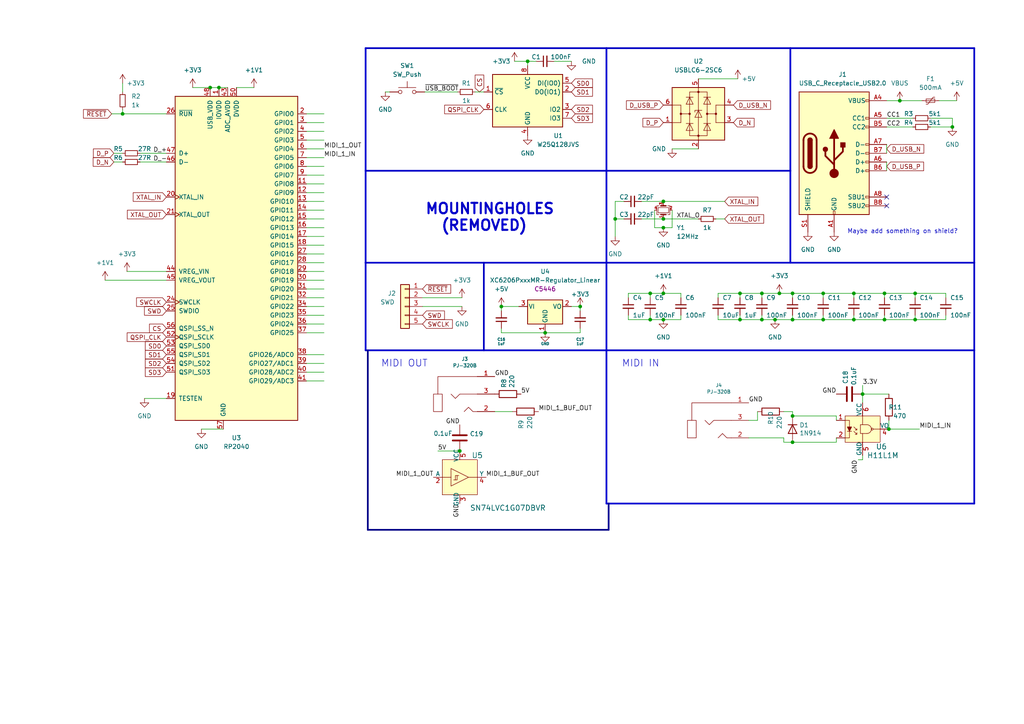
<source format=kicad_sch>
(kicad_sch (version 20211123) (generator eeschema)
  (paper "A4")
  (title_block (title "RP2040 - Design Guide") (date "2021-12-07") (rev "0.1") (company "Sleepdealer"))
  (lib_symbols
    (symbol "Connector:USB_C_Receptacle_USB2.0" (pin_names (offset 1.016))
      (property "Reference" "J" (at -10.16 19.05 0))
      (property "Value" "USB_C_Receptacle_USB2.0" (at 19.05 19.05 0))
      (symbol "USB_C_Receptacle_USB2.0_1_1"
        (pin passive line (at 0 -22.86 90) (length 5.08) (name "GND") (number "A1"))
        (pin passive line (at 0 -22.86 90) (length 5.08) hide (name "GND") (number "A12"))
        (pin passive line (at 15.24 15.24 180) (length 5.08) (name "VBUS") (number "A4"))
        (pin bidirectional line (at 15.24 10.16 180) (length 5.08) (name "CC1") (number "A5"))
        (pin bidirectional line (at 15.24 -2.54 180) (length 5.08) (name "D+") (number "A6"))
        (pin bidirectional line (at 15.24 2.54 180) (length 5.08) (name "D-") (number "A7"))
        (pin bidirectional line (at 15.24 -12.7 180) (length 5.08) (name "SBU1") (number "A8"))
        (pin passive line (at 15.24 15.24 180) (length 5.08) hide (name "VBUS") (number "A9"))
        (pin passive line (at 0 -22.86 90) (length 5.08) hide (name "GND") (number "B1"))
        (pin passive line (at 0 -22.86 90) (length 5.08) hide (name "GND") (number "B12"))
        (pin passive line (at 15.24 15.24 180) (length 5.08) hide (name "VBUS") (number "B4"))
        (pin bidirectional line (at 15.24 7.62 180) (length 5.08) (name "CC2") (number "B5"))
        (pin bidirectional line (at 15.24 -5.08 180) (length 5.08) (name "D+") (number "B6"))
        (pin bidirectional line (at 15.24 0 180) (length 5.08) (name "D-") (number "B7"))
        (pin bidirectional line (at 15.24 -15.24 180) (length 5.08) (name "SBU2") (number "B8"))
        (pin passive line (at 15.24 15.24 180) (length 5.08) hide (name "VBUS") (number "B9"))
        (pin passive line (at -7.62 -22.86 90) (length 5.08) (name "SHIELD") (number "S1"))
      )
    )
    (symbol "Connector_Generic:Conn_01x05" (pin_names (offset 1.016) hide)
      (property "Reference" "J" (at 0 7.62 0))
      (property "Value" "Conn_01x05" (at 0 -7.62 0))
      (symbol "Conn_01x05_1_1"
        (pin passive line (at -5.08 5.08 0) (length 3.81) (name "Pin_1") (number "1"))
        (pin passive line (at -5.08 2.54 0) (length 3.81) (name "Pin_2") (number "2"))
        (pin passive line (at -5.08 0 0) (length 3.81) (name "Pin_3") (number "3"))
        (pin passive line (at -5.08 -2.54 0) (length 3.81) (name "Pin_4") (number "4"))
        (pin passive line (at -5.08 -5.08 0) (length 3.81) (name "Pin_5") (number "5"))
      )
    )
    (symbol "Device:C" (pin_numbers hide) (pin_names (offset 0.254))
      (property "Reference" "C" (at 0.635 2.54 0))
      (property "Value" "C" (at 0.635 -2.54 0))
      (symbol "C_1_1"
        (pin passive line (at 0 3.81 270) (length 2.794) (name "~") (number "1"))
        (pin passive line (at 0 -3.81 90) (length 2.794) (name "~") (number "2"))
      )
    )
    (symbol "Device:C_Small" (pin_numbers hide) (pin_names (offset 0.254) hide)
      (property "Reference" "C" (at 0.254 1.778 0))
      (property "Value" "C_Small" (at 0.254 -2.032 0))
      (symbol "C_Small_1_1"
        (pin passive line (at 0 2.54 270) (length 2.032) (name "~") (number "1"))
        (pin passive line (at 0 -2.54 90) (length 2.032) (name "~") (number "2"))
      )
    )
    (symbol "Device:Crystal_GND24_Small" (pin_names (offset 1.016) hide)
      (property "Reference" "Y" (at 1.27 4.445 0))
      (property "Value" "Crystal_GND24_Small" (at 1.27 2.54 0))
      (symbol "Crystal_GND24_Small_1_1"
        (pin passive line (at -2.54 0 0) (length 1.27) (name "1") (number "1"))
        (pin passive line (at 0 -2.54 90) (length 0.635) (name "2") (number "2"))
        (pin passive line (at 2.54 0 180) (length 1.27) (name "3") (number "3"))
        (pin passive line (at 0 2.54 270) (length 0.635) (name "4") (number "4"))
      )
    )
    (symbol "Device:Polyfuse_Small" (pin_numbers hide) (pin_names (offset 0))
      (property "Reference" "F" (at -1.905 0 90))
      (property "Value" "Polyfuse_Small" (at 1.905 0 90))
      (symbol "Polyfuse_Small_1_1"
        (pin passive line (at 0 2.54 270) (length 0.635) (name "~") (number "1"))
        (pin passive line (at 0 -2.54 90) (length 0.635) (name "~") (number "2"))
      )
    )
    (symbol "Device:R" (pin_numbers hide) (pin_names (offset 0))
      (property "Reference" "R" (at 2.032 0 90))
      (property "Value" "R" (at 0 0 90))
      (symbol "R_1_1"
        (pin passive line (at 0 3.81 270) (length 1.27) (name "~") (number "1"))
        (pin passive line (at 0 -3.81 90) (length 1.27) (name "~") (number "2"))
      )
    )
    (symbol "Device:R_Small" (pin_numbers hide) (pin_names (offset 0.254) hide)
      (property "Reference" "R" (at 0.762 0.508 0))
      (property "Value" "R_Small" (at 0.762 -1.016 0))
      (symbol "R_Small_1_1"
        (pin passive line (at 0 2.54 270) (length 0.762) (name "~") (number "1"))
        (pin passive line (at 0 -2.54 90) (length 0.762) (name "~") (number "2"))
      )
    )
    (symbol "Diode:1N914" (pin_numbers hide) (pin_names (offset 1.016) hide)
      (property "Reference" "D" (at 0 2.54 0))
      (property "Value" "1N914" (at 0 -2.54 0))
      (symbol "1N914_1_1"
        (pin passive line (at -3.81 0 0) (length 2.54) (name "K") (number "1"))
        (pin passive line (at 3.81 0 180) (length 2.54) (name "A") (number "2"))
      )
    )
    (symbol "Memory_Flash:W25Q128JVS"
      (property "Reference" "U" (at -8.89 8.89 0))
      (property "Value" "W25Q128JVS" (at 7.62 8.89 0))
      (symbol "W25Q128JVS_1_1"
        (pin input line (at -12.7 2.54 0) (length 2.54) (name "~{CS}") (number "1"))
        (pin bidirectional line (at 12.7 2.54 180) (length 2.54) (name "DO(IO1)") (number "2"))
        (pin bidirectional line (at 12.7 -2.54 180) (length 2.54) (name "IO2") (number "3"))
        (pin power_in line (at 0 -10.16 90) (length 2.54) (name "GND") (number "4"))
        (pin bidirectional line (at 12.7 5.08 180) (length 2.54) (name "DI(IO0)") (number "5"))
        (pin input line (at -12.7 -2.54 0) (length 2.54) (name "CLK") (number "6"))
        (pin bidirectional line (at 12.7 -5.08 180) (length 2.54) (name "IO3") (number "7"))
        (pin power_in line (at 0 10.16 270) (length 2.54) (name "VCC") (number "8"))
      )
    )
    (symbol "Power_Protection:USBLC6-2SC6" (pin_names hide)
      (property "Reference" "U" (at 2.54 8.89 0))
      (property "Value" "USBLC6-2SC6" (at 2.54 -8.89 0))
      (symbol "USBLC6-2SC6_1_1"
        (pin passive line (at -10.16 -2.54 0) (length 2.54) (name "I/O1") (number "1"))
        (pin passive line (at 0 -10.16 90) (length 2.54) (name "GND") (number "2"))
        (pin passive line (at 10.16 -2.54 180) (length 2.54) (name "I/O2") (number "3"))
        (pin passive line (at 10.16 2.54 180) (length 2.54) (name "I/O2") (number "4"))
        (pin passive line (at 0 10.16 270) (length 2.54) (name "VBUS") (number "5"))
        (pin passive line (at -10.16 2.54 0) (length 2.54) (name "I/O1") (number "6"))
      )
    )
    (symbol "Sleep-lib:RP2040" (pin_names (offset 1.016))
      (property "Reference" "U" (at 8.89 51.435 0))
      (property "Value" "RP2040" (at 8.89 48.895 0))
      (symbol "RP2040_1_1"
        (pin power_in line (at -5.08 50.8 270) (length 2.54) (name "IOVDD") (number "1"))
        (pin power_in line (at -5.08 50.8 270) (length 2.54) hide (name "IOVDD") (number "10"))
        (pin input line (at 20.32 22.86 180) (length 2.54) (name "GPIO8") (number "11"))
        (pin input line (at 20.32 20.32 180) (length 2.54) (name "GPIO9") (number "12"))
        (pin input line (at 20.32 17.78 180) (length 2.54) (name "GPIO10") (number "13"))
        (pin input line (at 20.32 15.24 180) (length 2.54) (name "GPIO11") (number "14"))
        (pin input line (at 20.32 12.7 180) (length 2.54) (name "GPIO12") (number "15"))
        (pin input line (at 20.32 10.16 180) (length 2.54) (name "GPIO13") (number "16"))
        (pin input line (at 20.32 7.62 180) (length 2.54) (name "GPIO14") (number "17"))
        (pin input line (at 20.32 5.08 180) (length 2.54) (name "GPIO15") (number "18"))
        (pin input line (at -20.32 -39.37 0) (length 2.54) (name "TESTEN") (number "19"))
        (pin input line (at 20.32 43.18 180) (length 2.54) (name "GPIO0") (number "2"))
        (pin input clock (at -20.32 19.05 0) (length 2.54) (name "XTAL_IN") (number "20"))
        (pin input clock (at -20.32 13.97 0) (length 2.54) (name "XTAL_OUT") (number "21"))
        (pin power_in line (at -5.08 50.8 270) (length 2.54) hide (name "IOVDD") (number "22"))
        (pin power_in line (at 0 50.8 270) (length 2.54) hide (name "DVDD") (number "23"))
        (pin input clock (at -20.32 -11.43 0) (length 2.54) (name "SWCLK") (number "24"))
        (pin bidirectional line (at -20.32 -13.97 0) (length 2.54) (name "SWDIO") (number "25"))
        (pin input line (at -20.32 43.18 0) (length 2.54) (name "~{RUN}") (number "26"))
        (pin input line (at 20.32 2.54 180) (length 2.54) (name "GPIO16") (number "27"))
        (pin input line (at 20.32 0 180) (length 2.54) (name "GPIO17") (number "28"))
        (pin input line (at 20.32 -2.54 180) (length 2.54) (name "GPIO18") (number "29"))
        (pin input line (at 20.32 40.64 180) (length 2.54) (name "GPIO1") (number "3"))
        (pin input line (at 20.32 -5.08 180) (length 2.54) (name "GPIO19") (number "30"))
        (pin input line (at 20.32 -7.62 180) (length 2.54) (name "GPIO20") (number "31"))
        (pin input line (at 20.32 -10.16 180) (length 2.54) (name "GPIO21") (number "32"))
        (pin power_in line (at -5.08 50.8 270) (length 2.54) hide (name "IOVDD") (number "33"))
        (pin input line (at 20.32 -12.7 180) (length 2.54) (name "GPIO22") (number "34"))
        (pin input line (at 20.32 -15.24 180) (length 2.54) (name "GPIO23") (number "35"))
        (pin input line (at 20.32 -17.78 180) (length 2.54) (name "GPIO24") (number "36"))
        (pin input line (at 20.32 -20.32 180) (length 2.54) (name "GPIO25") (number "37"))
        (pin input line (at 20.32 -26.67 180) (length 2.54) (name "GPIO26/ADC0") (number "38"))
        (pin input line (at 20.32 -29.21 180) (length 2.54) (name "GPIO27/ADC1") (number "39"))
        (pin input line (at 20.32 38.1 180) (length 2.54) (name "GPIO2") (number "4"))
        (pin input line (at 20.32 -31.75 180) (length 2.54) (name "GPIO28/ADC2") (number "40"))
        (pin input line (at 20.32 -34.29 180) (length 2.54) (name "GPIO29/ADC3") (number "41"))
        (pin power_in line (at -5.08 50.8 270) (length 2.54) hide (name "IOVDD") (number "42"))
        (pin power_in line (at -2.54 50.8 270) (length 2.54) (name "ADC_AVDD") (number "43"))
        (pin power_in line (at -20.32 -2.54 0) (length 2.54) (name "VREG_VIN") (number "44"))
        (pin power_out line (at -20.32 -5.08 0) (length 2.54) (name "VREG_VOUT") (number "45"))
        (pin bidirectional line (at -20.32 29.21 0) (length 2.54) (name "D-") (number "46"))
        (pin bidirectional line (at -20.32 31.75 0) (length 2.54) (name "D+") (number "47"))
        (pin power_in line (at -7.62 50.8 270) (length 2.54) (name "USB_VDD") (number "48"))
        (pin power_in line (at -5.08 50.8 270) (length 2.54) hide (name "IOVDD") (number "49"))
        (pin input line (at 20.32 35.56 180) (length 2.54) (name "GPIO3") (number "5"))
        (pin power_in line (at 0 50.8 270) (length 2.54) (name "DVDD") (number "50"))
        (pin bidirectional line (at -20.32 -31.75 0) (length 2.54) (name "QSPI_SD3") (number "51"))
        (pin input clock (at -20.32 -21.59 0) (length 2.54) (name "QSPI_SCLK") (number "52"))
        (pin bidirectional line (at -20.32 -24.13 0) (length 2.54) (name "QSPI_SD0") (number "53"))
        (pin bidirectional line (at -20.32 -29.21 0) (length 2.54) (name "QSPI_SD2") (number "54"))
        (pin bidirectional line (at -20.32 -26.67 0) (length 2.54) (name "QSPI_SD1") (number "55"))
        (pin bidirectional line (at -20.32 -19.05 0) (length 2.54) (name "QSPI_SS_N") (number "56"))
        (pin power_in line (at -3.81 -48.26 90) (length 2.54) (name "GND") (number "57"))
        (pin input line (at 20.32 33.02 180) (length 2.54) (name "GPIO4") (number "6"))
        (pin input line (at 20.32 30.48 180) (length 2.54) (name "GPIO5") (number "7"))
        (pin input line (at 20.32 27.94 180) (length 2.54) (name "GPIO6") (number "8"))
        (pin input line (at 20.32 25.4 180) (length 2.54) (name "GPIO7") (number "9"))
      )
    )
    (symbol "Switch:SW_Push" (pin_numbers hide) (pin_names (offset 1.016) hide)
      (property "Reference" "SW" (at 1.27 2.54 0))
      (property "Value" "SW_Push" (at 0 -1.524 0))
      (symbol "SW_Push_0_1"
        (pin passive line (at -5.08 0 0) (length 2.54) (name "1") (number "1"))
        (pin passive line (at 5.08 0 180) (length 2.54) (name "2") (number "2"))
      )
    )
    (symbol "dk_Logic-Buffers-Drivers-Receivers-Transceivers:SN74LVC1G07DBVR" (pin_names (offset 0))
      (property "Reference" "U" (at -2.54 6.35 0))
      (property "Value" "SN74LVC1G07DBVR" (at 1.905 -6.35 0))
      (symbol "SN74LVC1G07DBVR_1_1"
        (pin no_connect line (at -7.62 -5.08 0) (length 2.54) hide (name "NC") (number "1"))
        (pin input line (at -7.62 0 0) (length 2.54) (name "A") (number "2"))
        (pin power_in line (at 0 -7.62 90) (length 2.54) (name "GND") (number "3"))
        (pin output line (at 7.62 0 180) (length 2.54) (name "Y") (number "4"))
        (pin power_in line (at 0 7.62 270) (length 2.54) (name "VCC") (number "5"))
      )
    )
    (symbol "dk_Optoisolators-Logic-Output:H11L1M" (pin_names (offset 0))
      (property "Reference" "U" (at -5.08 6.35 0))
      (property "Value" "H11L1M" (at 3.175 -6.35 0))
      (symbol "H11L1M_1_1"
        (pin passive line (at -7.62 2.54 0) (length 2.54) (name "~") (number "1"))
        (pin passive line (at -7.62 -2.54 0) (length 2.54) (name "~") (number "2"))
        (pin no_connect line (at 5.08 -2.54 180) (length 2.54) hide (name "NC") (number "3"))
        (pin output line (at 7.62 0 180) (length 2.54) (name "VO") (number "4"))
        (pin power_in line (at 0 -7.62 90) (length 3.81) (name "GND") (number "5"))
        (pin power_in line (at 0 7.62 270) (length 3.81) (name "VCC") (number "6"))
      )
    )
    (symbol "kicad-keyboard-parts:XC6206PxxxMR-Regulator_Linear" (pin_names (offset 0.254))
      (property "Reference" "U" (at -3.81 3.175 0))
      (property "Value" "XC6206PxxxMR-Regulator_Linear" (at 0 3.175 0))
      (property "LCSC" "C5446" (at 0 0 0))
      (symbol "XC6206PxxxMR-Regulator_Linear_1_1"
        (pin power_in line (at 0 -7.62 90) (length 2.54) (name "GND") (number "1"))
        (pin power_out line (at 7.62 0 180) (length 2.54) (name "VO") (number "2"))
        (pin power_in line (at -7.62 0 0) (length 2.54) (name "VI") (number "3"))
      )
    )
    (symbol "poma:PJ-320B" (pin_names (offset 1.016))
      (property "Reference" "U" (at 0 12.7 0))
      (property "Value" "PJ-320B" (at 0 11.43 0))
      (symbol "PJ-320B_1_1"
        (pin output line (at 10.16 7.62 180) (length 5.08) (name "~") (number "1"))
        (pin output line (at 10.16 -2.54 180) (length 5.08) (name "~") (number "2"))
        (pin output line (at 10.16 2.54 180) (length 5.08) (name "~") (number "3"))
      )
    )
    (symbol "power:+1V1" (power) (pin_names (offset 0))
      (property "Value" "+1V1" (at 0 3.556 0))
      (symbol "+1V1_1_1"
        (pin power_in line (at 0 0 90) (length 0) hide (name "+1V1") (number "1"))
      )
    )
    (symbol "power:+3.3V" (power) (pin_names (offset 0))
      (property "Value" "+3.3V" (at 0 3.556 0))
      (symbol "+3.3V_1_1"
        (pin power_in line (at 0 0 90) (length 0) hide (name "+3V3") (number "1"))
      )
    )
    (symbol "power:+3V3" (power) (pin_names (offset 0))
      (property "Value" "+3V3" (at 0 3.556 0))
      (symbol "+3V3_1_1"
        (pin power_in line (at 0 0 90) (length 0) hide (name "+3V3") (number "1"))
      )
    )
    (symbol "power:+5V" (power) (pin_names (offset 0))
      (property "Value" "+5V" (at 0 3.556 0))
      (symbol "+5V_1_1"
        (pin power_in line (at 0 0 90) (length 0) hide (name "+5V") (number "1"))
      )
    )
    (symbol "power:GND" (power) (pin_names (offset 0))
      (property "Value" "GND" (at 0 -3.81 0))
      (symbol "GND_1_1"
        (pin power_in line (at 0 0 270) (length 0) hide (name "GND") (number "1"))
      )
    )
    (symbol "power:VBUS" (power) (pin_names (offset 0))
      (property "Value" "VBUS" (at 0 3.81 0))
      (symbol "VBUS_1_1"
        (pin power_in line (at 0 0 90) (length 0) hide (name "VBUS") (number "1"))
      )
    )
  )
  (junction (at 192.405 66.04))
  (junction (at 192.405 63.5))
  (junction (at 63.5 25.4))
  (junction (at 224.79 92.71))
  (junction (at 220.98 92.71))
  (junction (at 238.76 92.71))
  (junction (at 238.76 85.09))
  (junction (at 247.65 92.71))
  (junction (at 257.81 124.46))
  (junction (at 35.56 33.02))
  (junction (at 256.54 85.09))
  (junction (at 247.65 85.09))
  (junction (at 256.54 92.71))
  (junction (at 153.035 17.78))
  (junction (at 214.63 85.09))
  (junction (at 276.225 36.83))
  (junction (at 220.98 85.09))
  (junction (at 133.35 130.81))
  (junction (at 188.595 85.09))
  (junction (at 178.435 63.5))
  (junction (at 168.275 88.9) (diameter 0.9144))
  (junction (at 226.06 85.09))
  (junction (at 260.985 29.21))
  (junction (at 229.87 120.65))
  (junction (at 214.63 92.71))
  (junction (at 229.87 85.09))
  (junction (at 60.96 25.4))
  (junction (at 229.87 92.71))
  (junction (at 265.43 92.71))
  (junction (at 188.595 92.71))
  (junction (at 229.87 128.27))
  (junction (at 158.115 96.52) (diameter 0.9144))
  (junction (at 265.43 85.09))
  (junction (at 192.405 85.09))
  (junction (at 192.405 58.42))
  (junction (at 250.19 114.3))
  (junction (at 192.405 92.71))
  (junction (at 145.415 88.9) (diameter 0.9144))
  (no_connect (at 257.175 59.69))
  (no_connect (at 257.175 57.15))
  (wire (pts (xy 227.33 127) (xy 227.33 128.27)))
  (wire (pts (xy 93.98 83.82) (xy 88.9 83.82)))
  (wire (pts (xy 217.17 121.92) (xy 219.71 121.92)))
  (wire (pts (xy 257.81 124.46) (xy 266.7 124.46)))
  (wire (pts (xy 229.87 85.09) (xy 238.76 85.09)))
  (wire (pts (xy 238.76 85.09) (xy 238.76 86.36)))
  (wire (pts (xy 33.02 46.99) (xy 35.56 46.99)))
  (polyline (pts (xy 175.895 13.97) (xy 229.235 13.97)) (stroke (width 0.5) (type solid)))
  (wire (pts (xy 88.9 81.28) (xy 93.98 81.28)))
  (wire (pts (xy 186.055 63.5) (xy 192.405 63.5)))
  (wire (pts (xy 192.405 63.5) (xy 202.565 63.5)))
  (wire (pts (xy 207.645 63.5) (xy 210.185 63.5)))
  (wire (pts (xy 214.63 91.44) (xy 214.63 92.71)))
  (wire (pts (xy 256.54 85.09) (xy 265.43 85.09)))
  (wire (pts (xy 265.43 85.09) (xy 265.43 86.36)))
  (wire (pts (xy 247.65 85.09) (xy 256.54 85.09)))
  (wire (pts (xy 238.76 85.09) (xy 247.65 85.09)))
  (wire (pts (xy 88.9 50.8) (xy 93.98 50.8)))
  (wire (pts (xy 178.435 63.5) (xy 178.435 68.58)))
  (wire (pts (xy 272.415 29.21) (xy 277.495 29.21)))
  (wire (pts (xy 93.98 107.95) (xy 88.9 107.95)))
  (wire (pts (xy 250.19 111.76) (xy 250.19 114.3)))
  (wire (pts (xy 93.98 88.9) (xy 88.9 88.9)))
  (wire (pts (xy 145.415 88.9) (xy 150.495 88.9)))
  (wire (pts (xy 40.64 44.45) (xy 48.26 44.45)))
  (wire (pts (xy 227.33 128.27) (xy 229.87 128.27)))
  (wire (pts (xy 257.175 34.29) (xy 264.795 34.29)))
  (wire (pts (xy 145.415 95.25) (xy 145.415 96.52)))
  (wire (pts (xy 219.71 121.92) (xy 219.71 119.38)))
  (polyline (pts (xy 282.575 146.05) (xy 282.575 101.6)) (stroke (width 0.5) (type solid)))
  (wire (pts (xy 229.87 119.38) (xy 229.87 120.65)))
  (wire (pts (xy 189.865 60.96) (xy 189.865 66.04)))
  (wire (pts (xy 189.865 66.04) (xy 192.405 66.04)))
  (wire (pts (xy 250.19 114.3) (xy 257.81 114.3)))
  (wire (pts (xy 133.985 88.9) (xy 122.555 88.9)))
  (wire (pts (xy 68.58 25.4) (xy 73.66 25.4)))
  (wire (pts (xy 93.98 110.49) (xy 88.9 110.49)))
  (wire (pts (xy 188.595 91.44) (xy 188.595 92.71)))
  (wire (pts (xy 33.02 44.45) (xy 35.56 44.45)))
  (wire (pts (xy 122.555 86.36) (xy 133.985 86.36)))
  (polyline (pts (xy 282.575 101.6) (xy 282.575 76.2)) (stroke (width 0.5) (type solid)))
  (wire (pts (xy 60.96 25.4) (xy 63.5 25.4)))
  (wire (pts (xy 55.88 25.4) (xy 60.96 25.4)))
  (wire (pts (xy 63.5 25.4) (xy 66.04 25.4)))
  (wire (pts (xy 208.28 85.09) (xy 214.63 85.09)))
  (wire (pts (xy 194.945 66.04) (xy 192.405 66.04)))
  (wire (pts (xy 194.945 60.96) (xy 194.945 66.04)))
  (polyline (pts (xy 175.895 49.53) (xy 229.235 49.53)) (stroke (width 0.5) (type solid)))
  (wire (pts (xy 88.9 66.04) (xy 93.98 66.04)))
  (wire (pts (xy 178.435 63.5) (xy 180.975 63.5)))
  (wire (pts (xy 180.975 58.42) (xy 178.435 58.42)))
  (wire (pts (xy 178.435 58.42) (xy 178.435 63.5)))
  (wire (pts (xy 269.875 34.29) (xy 276.225 34.29)))
  (wire (pts (xy 276.225 34.29) (xy 276.225 36.83)))
  (wire (pts (xy 88.9 38.1) (xy 93.98 38.1)))
  (wire (pts (xy 214.63 85.09) (xy 214.63 86.36)))
  (wire (pts (xy 257.81 121.92) (xy 257.81 124.46)))
  (wire (pts (xy 58.42 124.46) (xy 64.77 124.46)))
  (wire (pts (xy 36.83 78.74) (xy 48.26 78.74)))
  (wire (pts (xy 88.9 43.18) (xy 93.98 43.18)))
  (wire (pts (xy 158.115 96.52) (xy 145.415 96.52)))
  (wire (pts (xy 88.9 73.66) (xy 93.98 73.66)))
  (wire (pts (xy 41.91 115.57) (xy 48.26 115.57)))
  (wire (pts (xy 229.87 92.71) (xy 238.76 92.71)))
  (wire (pts (xy 238.76 92.71) (xy 238.76 91.44)))
  (wire (pts (xy 149.225 17.78) (xy 153.035 17.78)))
  (wire (pts (xy 160.655 17.78) (xy 165.735 17.78)))
  (polyline (pts (xy 175.895 146.05) (xy 175.895 101.6)) (stroke (width 0.5) (type solid)))
  (wire (pts (xy 247.65 85.09) (xy 247.65 86.36)))
  (wire (pts (xy 93.98 91.44) (xy 88.9 91.44)))
  (wire (pts (xy 88.9 78.74) (xy 93.98 78.74)))
  (wire (pts (xy 217.17 127) (xy 227.33 127)))
  (wire (pts (xy 111.76 26.67) (xy 113.03 26.67)))
  (wire (pts (xy 247.65 91.44) (xy 247.65 92.71)))
  (polyline (pts (xy 175.895 146.05) (xy 282.575 146.05)) (stroke (width 0.5) (type solid)))
  (polyline (pts (xy 140.335 101.6) (xy 140.335 76.2)) (stroke (width 0.5) (type solid)))
  (wire (pts (xy 220.98 91.44) (xy 220.98 92.71)))
  (wire (pts (xy 242.57 128.27) (xy 242.57 127)))
  (polyline (pts (xy 175.895 101.6) (xy 175.895 76.2)) (stroke (width 0.5) (type solid)))
  (wire (pts (xy 250.19 116.84) (xy 250.19 114.3)))
  (wire (pts (xy 88.9 63.5) (xy 93.98 63.5)))
  (wire (pts (xy 192.405 92.71) (xy 197.485 92.71)))
  (wire (pts (xy 197.485 92.71) (xy 197.485 91.44)))
  (wire (pts (xy 265.43 85.09) (xy 274.32 85.09)))
  (wire (pts (xy 274.32 85.09) (xy 274.32 86.36)))
  (polyline (pts (xy 106.045 76.2) (xy 106.045 13.97)) (stroke (width 0.5) (type solid)))
  (wire (pts (xy 88.9 33.02) (xy 93.98 33.02)))
  (wire (pts (xy 93.98 102.87) (xy 88.9 102.87)))
  (wire (pts (xy 88.9 40.64) (xy 93.98 40.64)))
  (wire (pts (xy 229.87 120.65) (xy 242.57 120.65)))
  (polyline (pts (xy 106.045 101.6) (xy 175.895 101.6)) (stroke (width 0.5) (type solid)))
  (wire (pts (xy 168.275 88.9) (xy 168.275 90.17)))
  (wire (pts (xy 220.98 85.09) (xy 214.63 85.09)))
  (wire (pts (xy 220.98 85.09) (xy 220.98 86.36)))
  (wire (pts (xy 214.63 92.71) (xy 220.98 92.71)))
  (bus (pts (xy 176.53 146.05) (xy 176.53 153.67)) (stroke (width 0.5)))
  (polyline (pts (xy 106.045 101.6) (xy 106.045 76.2)) (stroke (width 0.5) (type solid)))
  (wire (pts (xy 229.87 92.71) (xy 229.87 91.44)))
  (wire (pts (xy 256.54 85.09) (xy 256.54 86.36)))
  (wire (pts (xy 229.87 85.09) (xy 229.87 86.36)))
  (polyline (pts (xy 106.045 49.53) (xy 175.895 49.53)) (stroke (width 0.5) (type solid)))
  (wire (pts (xy 153.035 17.78) (xy 153.035 19.05)))
  (wire (pts (xy 256.54 92.71) (xy 265.43 92.71)))
  (wire (pts (xy 247.65 92.71) (xy 256.54 92.71)))
  (wire (pts (xy 265.43 92.71) (xy 265.43 91.44)))
  (wire (pts (xy 238.76 92.71) (xy 247.65 92.71)))
  (wire (pts (xy 148.59 119.38) (xy 143.51 119.38)))
  (wire (pts (xy 88.9 48.26) (xy 93.98 48.26)))
  (wire (pts (xy 257.175 41.91) (xy 257.175 44.45)))
  (wire (pts (xy 35.56 31.75) (xy 35.56 33.02)))
  (wire (pts (xy 192.405 85.09) (xy 197.485 85.09)))
  (wire (pts (xy 197.485 85.09) (xy 197.485 86.36)))
  (wire (pts (xy 256.54 91.44) (xy 256.54 92.71)))
  (polyline (pts (xy 175.895 76.2) (xy 229.235 76.2)) (stroke (width 0.5) (type solid)))
  (wire (pts (xy 182.245 92.71) (xy 188.595 92.71)))
  (wire (pts (xy 182.245 91.44) (xy 182.245 92.71)))
  (wire (pts (xy 188.595 85.09) (xy 188.595 86.36)))
  (wire (pts (xy 48.26 81.28) (xy 30.48 81.28)))
  (wire (pts (xy 208.28 91.44) (xy 208.28 92.71)))
  (wire (pts (xy 208.28 92.71) (xy 214.63 92.71)))
  (wire (pts (xy 93.98 105.41) (xy 88.9 105.41)))
  (wire (pts (xy 88.9 76.2) (xy 93.98 76.2)))
  (wire (pts (xy 168.275 95.25) (xy 168.275 96.52)))
  (wire (pts (xy 158.115 96.52) (xy 168.275 96.52)))
  (wire (pts (xy 250.19 133.35) (xy 250.19 132.08)))
  (wire (pts (xy 88.9 68.58) (xy 93.98 68.58)))
  (wire (pts (xy 194.945 43.18) (xy 202.565 43.18)))
  (wire (pts (xy 257.175 46.99) (xy 257.175 49.53)))
  (wire (pts (xy 220.98 92.71) (xy 224.79 92.71)))
  (polyline (pts (xy 106.045 76.2) (xy 175.895 76.2)) (stroke (width 0.5) (type solid)))
  (wire (pts (xy 88.9 45.72) (xy 93.98 45.72)))
  (wire (pts (xy 274.32 92.71) (xy 274.32 91.44)))
  (wire (pts (xy 265.43 92.71) (xy 274.32 92.71)))
  (wire (pts (xy 257.175 29.21) (xy 260.985 29.21)))
  (wire (pts (xy 260.985 29.21) (xy 267.335 29.21)))
  (wire (pts (xy 88.9 71.12) (xy 93.98 71.12)))
  (polyline (pts (xy 229.235 13.97) (xy 229.235 76.2)) (stroke (width 0.5) (type solid)))
  (polyline (pts (xy 229.235 76.2) (xy 282.575 76.2)) (stroke (width 0.5) (type solid)))
  (polyline (pts (xy 229.235 13.97) (xy 282.575 13.97)) (stroke (width 0.5) (type solid)))
  (polyline (pts (xy 282.575 76.2) (xy 282.575 13.97)) (stroke (width 0.5) (type solid)))
  (wire (pts (xy 32.385 33.02) (xy 35.56 33.02)))
  (wire (pts (xy 35.56 33.02) (xy 48.26 33.02)))
  (wire (pts (xy 123.19 26.67) (xy 132.715 26.67)))
  (wire (pts (xy 137.795 26.67) (xy 140.335 26.67)))
  (wire (pts (xy 257.175 36.83) (xy 264.795 36.83)))
  (polyline (pts (xy 175.895 76.2) (xy 175.895 13.97)) (stroke (width 0.5) (type solid)))
  (polyline (pts (xy 175.895 101.6) (xy 282.575 101.6)) (stroke (width 0.5) (type solid)))
  (wire (pts (xy 153.035 17.78) (xy 155.575 17.78)))
  (polyline (pts (xy 106.045 13.97) (xy 175.895 13.97)) (stroke (width 0.5) (type solid)))
  (wire (pts (xy 269.875 36.83) (xy 276.225 36.83)))
  (wire (pts (xy 93.98 86.36) (xy 88.9 86.36)))
  (wire (pts (xy 242.57 120.65) (xy 242.57 121.92)))
  (wire (pts (xy 145.415 88.9) (xy 145.415 90.17)))
  (wire (pts (xy 165.735 88.9) (xy 168.275 88.9)))
  (wire (pts (xy 186.055 58.42) (xy 192.405 58.42)))
  (bus (pts (xy 106.68 153.67) (xy 176.53 153.67)) (stroke (width 0.5)))
  (wire (pts (xy 88.9 58.42) (xy 93.98 58.42)))
  (wire (pts (xy 188.595 92.71) (xy 192.405 92.71)))
  (wire (pts (xy 188.595 85.09) (xy 182.245 85.09)))
  (wire (pts (xy 192.405 85.09) (xy 188.595 85.09)))
  (wire (pts (xy 182.245 85.09) (xy 182.245 86.36)))
  (wire (pts (xy 88.9 35.56) (xy 93.98 35.56)))
  (wire (pts (xy 227.33 119.38) (xy 229.87 119.38)))
  (wire (pts (xy 248.92 133.35) (xy 250.19 133.35)))
  (wire (pts (xy 93.98 96.52) (xy 88.9 96.52)))
  (wire (pts (xy 127 130.81) (xy 133.35 130.81)))
  (wire (pts (xy 208.28 86.36) (xy 208.28 85.09)))
  (wire (pts (xy 88.9 60.96) (xy 93.98 60.96)))
  (wire (pts (xy 220.98 85.09) (xy 226.06 85.09)))
  (wire (pts (xy 226.06 85.09) (xy 229.87 85.09)))
  (wire (pts (xy 88.9 55.88) (xy 93.98 55.88)))
  (wire (pts (xy 93.98 93.98) (xy 88.9 93.98)))
  (wire (pts (xy 229.87 128.27) (xy 242.57 128.27)))
  (wire (pts (xy 224.79 92.71) (xy 229.87 92.71)))
  (wire (pts (xy 40.64 46.99) (xy 48.26 46.99)))
  (wire (pts (xy 192.405 58.42) (xy 210.185 58.42)))
  (bus (pts (xy 106.68 101.6) (xy 106.68 153.67)) (stroke (width 0.5)))
  (wire (pts (xy 202.565 22.86) (xy 213.995 22.86)))
  (wire (pts (xy 88.9 53.34) (xy 93.98 53.34)))
  (wire (pts (xy 35.56 24.13) (xy 35.56 26.67)))
  (text "MIDI IN" (at 180.34 106.68 0) (effects (font (size 2 2)) (justify left bottom)))
  (text "MOUNTINGHOLES\n  (REMOVED)" (at 123.19 67.31 0) (effects (font (size 3 3) (thickness 0.6) bold) (justify left bottom)))
  (text "MIDI OUT" (at 110.49 106.68 0) (effects (font (size 2 2)) (justify left bottom)))
  (text "Maybe add something on shield?" (at 245.745 67.945 0) (effects (font (size 1.27 1.27)) (justify left bottom)))
  (label "GND" (at 217.17 116.84 0))
  (label "CC1" (at 257.175 34.29 0))
  (label "GND" (at 133.35 146.05 270))
  (label "MIDI_1_IN" (at 93.98 45.72 0))
  (label "GND" (at 133.35 123.19 180))
  (label "GND" (at 242.57 114.3 180))
  (label "5V" (at 127 130.81 0))
  (label "GND" (at 248.92 133.35 270))
  (label "XTAL_O" (at 196.215 63.5 0))
  (label "MIDI_1_BUF_OUT" (at 156.21 119.38 0))
  (label "GND" (at 143.51 109.22 0))
  (label "MIDI_1_BUF_OUT" (at 140.97 138.43 0))
  (label "D_-" (at 44.45 46.99 0))
  (label "CC2" (at 257.175 36.83 0))
  (label "D_+" (at 44.45 44.45 0))
  (label "~{USB_BOOT}" (at 123.19 26.67 0))
  (label "MIDI_1_OUT" (at 93.98 43.18 0))
  (label "MIDI_1_IN" (at 266.7 124.46 0))
  (label "3.3V" (at 250.19 111.76 0))
  (label "MIDI_1_OUT" (at 125.73 138.43 180))
  (label "5V" (at 151.13 114.3 0))
  (global_label "SWCLK" (shape input) (at 48.26 87.63 180) (property "Intersheet References" "${INTERSHEET_REFS}" (effects hide)))
  (global_label "QSPI_CLK" (shape input) (at 140.335 31.75 180) (property "Intersheet References" "${INTERSHEET_REFS}" (effects hide)))
  (global_label "SD0" (shape input) (at 48.26 100.33 180) (property "Intersheet References" "${INTERSHEET_REFS}" (effects hide)))
  (global_label "XTAL_IN" (shape input) (at 48.26 57.15 180) (property "Intersheet References" "${INTERSHEET_REFS}" (effects hide)))
  (global_label "D_P" (shape input) (at 33.02 44.45 180) (property "Intersheet References" "${INTERSHEET_REFS}" (effects hide)))
  (global_label "SWCLK" (shape input) (at 122.555 93.98 0) (property "Intersheet References" "${INTERSHEET_REFS}" (effects hide)))
  (global_label "D_N" (shape input) (at 33.02 46.99 180) (property "Intersheet References" "${INTERSHEET_REFS}" (effects hide)))
  (global_label "D_USB_N" (shape input) (at 212.725 30.48 0) (property "Intersheet References" "${INTERSHEET_REFS}" (effects hide)))
  (global_label "XTAL_IN" (shape input) (at 210.185 58.42 0) (property "Intersheet References" "${INTERSHEET_REFS}" (effects hide)))
  (global_label "XTAL_OUT" (shape input) (at 48.26 62.23 180) (property "Intersheet References" "${INTERSHEET_REFS}" (effects hide)))
  (global_label "D_USB_P" (shape input) (at 257.175 48.26 0) (property "Intersheet References" "${INTERSHEET_REFS}" (effects hide)))
  (global_label "SD1" (shape input) (at 48.26 102.87 180) (property "Intersheet References" "${INTERSHEET_REFS}" (effects hide)))
  (global_label "XTAL_OUT" (shape input) (at 210.185 63.5 0) (property "Intersheet References" "${INTERSHEET_REFS}" (effects hide)))
  (global_label "CS" (shape input) (at 139.065 26.67 90) (property "Intersheet References" "${INTERSHEET_REFS}" (effects hide)))
  (global_label "D_N" (shape input) (at 212.725 35.56 0) (property "Intersheet References" "${INTERSHEET_REFS}" (effects hide)))
  (global_label "D_P" (shape input) (at 192.405 35.56 180) (property "Intersheet References" "${INTERSHEET_REFS}" (effects hide)))
  (global_label "CS" (shape input) (at 48.26 95.25 180) (property "Intersheet References" "${INTERSHEET_REFS}" (effects hide)))
  (global_label "SWD" (shape input) (at 48.26 90.17 180) (property "Intersheet References" "${INTERSHEET_REFS}" (effects hide)))
  (global_label "SD1" (shape input) (at 165.735 26.67 0) (property "Intersheet References" "${INTERSHEET_REFS}" (effects hide)))
  (global_label "SD3" (shape input) (at 48.26 107.95 180) (property "Intersheet References" "${INTERSHEET_REFS}" (effects hide)))
  (global_label "~{RESET}" (shape input) (at 122.555 83.82 0) (property "Intersheet References" "${INTERSHEET_REFS}" (effects hide)))
  (global_label "D_USB_P" (shape input) (at 192.405 30.48 180) (property "Intersheet References" "${INTERSHEET_REFS}" (effects hide)))
  (global_label "D_USB_N" (shape input) (at 257.175 43.18 0) (property "Intersheet References" "${INTERSHEET_REFS}" (effects hide)))
  (global_label "QSPI_CLK" (shape input) (at 48.26 97.79 180) (property "Intersheet References" "${INTERSHEET_REFS}" (effects hide)))
  (global_label "SD2" (shape input) (at 48.26 105.41 180) (property "Intersheet References" "${INTERSHEET_REFS}" (effects hide)))
  (global_label "SD2" (shape input) (at 165.735 31.75 0) (property "Intersheet References" "${INTERSHEET_REFS}" (effects hide)))
  (global_label "SD3" (shape input) (at 165.735 34.29 0) (property "Intersheet References" "${INTERSHEET_REFS}" (effects hide)))
  (global_label "SWD" (shape input) (at 122.555 91.44 0) (property "Intersheet References" "${INTERSHEET_REFS}" (effects hide)))
  (global_label "SD0" (shape input) (at 165.735 24.13 0) (property "Intersheet References" "${INTERSHEET_REFS}" (effects hide)))
  (global_label "~{RESET}" (shape input) (at 32.385 33.02 180) (property "Intersheet References" "${INTERSHEET_REFS}" (effects hide)))
  (symbol (lib_id "Device:R_Small") (at 267.335 36.83 90) (unit 1)
    (property "Reference" "R4" (at 263.525 35.56 90))
    (property "Value" "5k1" (at 271.145 35.56 90))
    (property "Footprint" "Resistor_SMD:R_0402_1005Metric" (effects hide))
    (property "LCSC" "C25905" (effects hide))
  )
  (symbol (lib_id "power:VBUS") (at 260.985 29.21 0) (unit 1)
    (property "Reference" "#PWR08" (effects hide))
    (property "Value" "VBUS" (at 260.985 24.13 0))
  )
  (symbol (lib_id "Device:C_Small") (at 247.65 88.9 0) (unit 1)
    (property "Reference" "C12" (at 248.92 86.3599 0) (effects (justify left)))
    (property "Value" "100nF" (at 248.92 91.4399 0) (effects (justify left)))
    (property "Footprint" "Capacitor_SMD:C_0402_1005Metric" (effects hide))
    (property "LCSC" "C1525" (effects hide))
  )
  (symbol (lib_id "power:GND") (at 234.315 67.31 0) (unit 1)
    (property "Reference" "#PWR014" (effects hide))
    (property "Value" "GND" (at 234.315 72.39 0))
  )
  (symbol (lib_id "power:+3V3") (at 149.225 17.78 0) (unit 1)
    (property "Reference" "#PWR01" (effects hide))
    (property "Value" "+3V3" (at 145.415 17.78 0))
  )
  (symbol (lib_id "Sleep-lib:RP2040") (at 68.58 76.2 0) (unit 1)
    (property "Reference" "U3" (at 68.58 127 0))
    (property "Value" "RP2040" (at 68.58 129.54 0))
    (property "Footprint" "Sleep-Lib:RP2040-QFN-56" (effects hide))
    (property "Datasheet" "https://datasheets.raspberrypi.com/rp2040/rp2040-datasheet.pdf" (effects hide))
    (property "LCSC" "C2040" (effects hide))
  )
  (symbol (lib_id "Device:Polyfuse_Small") (at 269.875 29.21 90) (unit 1)
    (property "Reference" "F1" (at 269.875 22.86 90))
    (property "Value" "500mA" (at 269.875 25.4 90))
    (property "Footprint" "Fuse:Fuse_1206_3216Metric" (effects hide))
    (property "LCSC" "C70076" (effects hide))
  )
  (symbol (lib_id "power:+5V") (at 277.495 29.21 0) (unit 1)
    (property "Reference" "#PWR09" (effects hide))
    (property "Value" "+5V" (at 277.495 24.13 0))
  )
  (symbol (lib_id "power:GND") (at 224.79 92.71 0) (unit 1)
    (property "Reference" "#PWR026" (effects hide))
    (property "Value" "GND" (at 224.79 97.79 0))
  )
  (symbol (lib_id "dk_Optoisolators-Logic-Output:H11L1M") (at 250.19 124.46 0) (unit 1)
    (property "Reference" "U6" (at 254 129.54 0) (effects (font (size 1.524 1.524)) (justify left)))
    (property "Value" "H11L1M" (at 251.46 132.08 0) (effects (font (size 1.524 1.524)) (justify left)))
    (property "Footprint" "Package_DIP:DIP-6_W7.62mm" (effects hide))
    (property "Datasheet" "http://www.onsemi.com/pub/Collateral/H11L3M-D.pdf" (effects hide))
    (property "Digi-Key_PN" "H11L1-MQT-ND" (effects hide))
    (property "Category" "Isolators" (effects hide))
    (property "Family" "Optoisolators - Logic Output" (effects hide))
    (property "DK_Datasheet_Link" "http://www.onsemi.com/pub/Collateral/H11L3M-D.pdf" (effects hide))
    (property "DK_Detail_Page" "/product-detail/en/on-semiconductor/H11L1M/H11L1-MQT-ND/284866" (effects hide))
    (property "Description" "OPTOISO 4.17KV OPN COLL 6DIP" (effects hide))
    (property "Manufacturer" "ON Semiconductor" (effects hide))
    (property "Status" "Active" (effects hide))
    (property "LCSC" "C78589" (effects hide))
  )
  (symbol (lib_id "Device:C_Small") (at 208.28 88.9 0) (unit 1)
    (property "Reference" "C7" (at 209.55 86.3599 0) (effects (justify left)))
    (property "Value" "10uF" (at 209.55 91.4399 0) (effects (justify left)))
    (property "Footprint" "Capacitor_SMD:C_0402_1005Metric" (effects hide))
    (property "LCSC" "C15525" (effects hide))
  )
  (symbol (lib_id "dk_Logic-Buffers-Drivers-Receivers-Transceivers:SN74LVC1G07DBVR") (at 133.35 138.43 0) (unit 1)
    (property "Reference" "U5" (at 138.43 132.08 0) (effects (font (size 1.524 1.524))))
    (property "Value" "SN74LVC1G07DBVR" (at 147.32 147.32 0) (effects (font (size 1.524 1.524))))
    (property "Footprint" "digikey-footprints:SOT-753" (effects hide))
    (property "Datasheet" "http://www.ti.com/general/docs/suppproductinfo.tsp?distId=10&gotoUrl=http%3A%2F%2Fwww.ti.com%2Flit%2Fgpn%2Fsn74lvc1g07" (effects hide))
    (property "Digi-Key_PN" "296-8485-1-ND" (effects hide))
    (property "Category" "Integrated Circuits (ICs)" (effects hide))
    (property "Family" "Logic - Buffers, Drivers, Receivers, Transceivers" (effects hide))
    (property "DK_Datasheet_Link" "http://www.ti.com/general/docs/suppproductinfo.tsp?distId=10&gotoUrl=http%3A%2F%2Fwww.ti.com%2Flit%2Fgpn%2Fsn74lvc1g07" (effects hide))
    (property "DK_Detail_Page" "/product-detail/en/texas-instruments/SN74LVC1G07DBVR/296-8485-1-ND/377454" (effects hide))
    (property "Description" "IC BUF NON-INVERT 5.5V SOT23-5" (effects hide))
    (property "Manufacturer" "Texas Instruments" (effects hide))
    (property "Status" "Active" (effects hide))
    (property "LCSC" "C7829" (effects hide))
  )
  (symbol (lib_id "power:+3V3") (at 133.985 86.36 0) (unit 1)
    (property "Reference" "#PWR021" (effects hide))
    (property "Value" "+3V3" (at 133.985 81.28 0))
  )
  (symbol (lib_id "poma:PJ-320B") (at 207.01 124.46 0) (unit 1) (in_bom no)
    (property "Reference" "J4" (at 208.4832 111.7346 0) (effects (font (size 0.9906 0.9906))))
    (property "Value" "PJ-320B" (at 208.4832 113.6396 0) (effects (font (size 0.9906 0.9906))))
    (property "Footprint" "jacks:3.5mm_stereo_jack_PJ320B" (effects hide))
  )
  (symbol (lib_id "power:GND") (at 192.405 66.04 0) (unit 1)
    (property "Reference" "#PWR013" (effects hide))
    (property "Value" "GND" (at 192.405 71.12 0))
  )
  (symbol (lib_id "Device:C_Small") (at 274.32 88.9 0) (unit 1)
    (property "Reference" "C15" (at 275.59 86.3599 0) (effects (justify left)))
    (property "Value" "100nF" (at 275.59 91.4399 0) (effects (justify left)))
    (property "Footprint" "Capacitor_SMD:C_0402_1005Metric" (effects hide))
    (property "LCSC" "C1525" (effects hide))
  )
  (symbol (lib_id "power:GND") (at 58.42 124.46 0) (unit 1)
    (property "Reference" "#PWR032" (effects hide))
    (property "Value" "GND" (at 58.42 129.54 0))
  )
  (symbol (lib_id "Device:C") (at 133.35 127 0) (unit 1)
    (property "Reference" "C19" (at 136.271 125.8316 0) (effects (justify left)))
    (property "Value" "0.1uF" (at 125.73 125.73 0) (effects (justify left)))
    (property "Footprint" "Capacitor_SMD:C_0805_2012Metric_Pad1.18x1.45mm_HandSolder" (effects hide))
    (property "LCSC" "C28233" (effects hide))
  )
  (symbol (lib_id "power:GND") (at 153.035 39.37 0) (unit 1)
    (property "Reference" "#PWR011" (effects hide))
    (property "Value" "GND" (at 153.035 44.45 0))
  )
  (symbol (lib_id "Switch:SW_Push") (at 118.11 26.67 0) (unit 1) (in_bom no)
    (property "Reference" "SW1" (at 118.11 19.05 0))
    (property "Value" "SW_Push" (at 118.11 21.59 0))
    (property "Footprint" "Connector_PinSocket_2.54mm:PinSocket_1x02_P2.54mm_Vertical" (effects hide))
  )
  (symbol (lib_id "Device:C_Small") (at 182.245 88.9 0) (unit 1)
    (property "Reference" "C4" (at 183.515 86.3599 0) (effects (justify left)))
    (property "Value" "1uF" (at 183.515 91.4399 0) (effects (justify left)))
    (property "Footprint" "Capacitor_SMD:C_0402_1005Metric" (effects hide))
    (property "LCSC" "C52923" (effects hide))
  )
  (symbol (lib_id "Device:R") (at 223.52 119.38 90) (unit 1)
    (property "Reference" "R10" (at 223.52 123.19 0) (effects (justify left)))
    (property "Value" "220" (at 226.06 124.46 0) (effects (justify left)))
    (property "Footprint" "Resistor_SMD:R_0805_2012Metric_Pad1.20x1.40mm_HandSolder" (effects hide))
    (property "LCSC" " C17557 " (effects hide))
  )
  (symbol (lib_id "power:+3V3") (at 36.83 78.74 0) (unit 1)
    (property "Reference" "#PWR017" (effects hide))
    (property "Value" "+3V3" (at 36.83 73.66 0))
  )
  (symbol (lib_id "power:GND") (at 158.115 96.52 0) (unit 1)
    (property "Reference" "#PWR027" (effects hide))
    (property "Value" "GND" (at 158.115 99.695 0) (effects (font (size 0.762 0.762))))
  )
  (symbol (lib_id "Device:C_Small") (at 158.115 17.78 90) (unit 1)
    (property "Reference" "C1" (at 156.8449 16.51 90) (effects (justify left)))
    (property "Value" "100nF" (at 165.7349 16.51 90) (effects (justify left)))
    (property "Footprint" "Capacitor_SMD:C_0402_1005Metric" (effects hide))
    (property "LCSC" "C1525" (effects hide))
  )
  (symbol (lib_id "Device:R_Small") (at 35.56 29.21 0) (unit 1)
    (property "Reference" "R2" (at 38.1 27.9399 0) (effects (justify left)))
    (property "Value" "1k" (at 38.1 30.4799 0) (effects (justify left)))
    (property "Footprint" "Resistor_SMD:R_0402_1005Metric" (effects hide))
    (property "LCSC" "C11702" (effects hide))
  )
  (symbol (lib_id "Device:C_Small") (at 183.515 63.5 90) (unit 1)
    (property "Reference" "C3" (at 180.975 62.23 90))
    (property "Value" "22pF" (at 187.325 62.23 90))
    (property "Footprint" "Capacitor_SMD:C_0402_1005Metric" (effects hide))
    (property "LCSC" "C1555" (effects hide))
  )
  (symbol (lib_id "Power_Protection:USBLC6-2SC6") (at 202.565 33.02 0) (unit 1)
    (property "Reference" "U2" (at 202.565 17.78 0))
    (property "Value" "USBLC6-2SC6" (at 202.565 20.32 0))
    (property "Footprint" "Package_TO_SOT_SMD:SOT-23-6" (effects hide))
    (property "Datasheet" "https://www.st.com/resource/en/datasheet/usblc6-2.pdf" (effects hide))
    (property "LCSC" "C2827654" (effects hide))
  )
  (symbol (lib_id "power:+3V3") (at 35.56 24.13 0) (unit 1)
    (property "Reference" "#PWR04" (effects hide))
    (property "Value" "+3V3" (at 39.37 24.13 0))
  )
  (symbol (lib_id "Device:C_Small") (at 168.275 92.71 180) (unit 1)
    (property "Reference" "C17" (at 168.275 98.425 0) (effects (font (size 0.762 0.762))))
    (property "Value" "1uF" (at 168.275 99.695 0) (effects (font (size 0.762 0.762))))
    (property "Footprint" "Capacitor_SMD:C_0402_1005Metric" (effects hide))
    (property "LCSC" "C52923" (effects hide))
  )
  (symbol (lib_id "power:+3V3") (at 226.06 85.09 0) (unit 1)
    (property "Reference" "#PWR020" (effects hide))
    (property "Value" "+3V3" (at 226.06 80.01 0))
  )
  (symbol (lib_id "Connector_Generic:Conn_01x05") (at 117.475 88.9 0) (mirror y) (unit 1) (in_bom no)
    (property "Reference" "J2" (at 113.665 85.09 0))
    (property "Value" "SWD" (at 112.395 87.63 0))
    (property "Footprint" "Connector_PinSocket_2.54mm:PinSocket_1x05_P2.54mm_Vertical" (effects hide))
  )
  (symbol (lib_id "power:GND") (at 178.435 68.58 0) (unit 1)
    (property "Reference" "#PWR016" (effects hide))
    (property "Value" "GND" (at 178.435 73.66 0))
  )
  (symbol (lib_id "Device:C_Small") (at 265.43 88.9 0) (unit 1)
    (property "Reference" "C14" (at 266.7 86.3599 0) (effects (justify left)))
    (property "Value" "100nF" (at 266.7 91.4399 0) (effects (justify left)))
    (property "Footprint" "Capacitor_SMD:C_0402_1005Metric" (effects hide))
    (property "LCSC" "C1525" (effects hide))
  )
  (symbol (lib_id "power:+1V1") (at 30.48 81.28 0) (unit 1)
    (property "Reference" "#PWR018" (effects hide))
    (property "Value" "+1V1" (at 30.48 76.2 0))
  )
  (symbol (lib_id "Device:C_Small") (at 214.63 88.9 0) (unit 1)
    (property "Reference" "C8" (at 215.9 86.3599 0) (effects (justify left)))
    (property "Value" "1uF" (at 215.9 91.4399 0) (effects (justify left)))
    (property "Footprint" "Capacitor_SMD:C_0402_1005Metric" (effects hide))
    (property "LCSC" "C52923" (effects hide))
  )
  (symbol (lib_id "power:+5V") (at 145.415 88.9 0) (unit 1)
    (property "Reference" "#PWR023" (effects hide))
    (property "Value" "+5V" (at 145.415 83.82 0))
  )
  (symbol (lib_id "poma:PJ-320B") (at 133.35 116.84 0) (unit 1) (in_bom no)
    (property "Reference" "J3" (at 134.8232 104.1146 0) (effects (font (size 0.9906 0.9906))))
    (property "Value" "PJ-320B" (at 134.8232 106.0196 0) (effects (font (size 0.9906 0.9906))))
    (property "Footprint" "jacks:3.5mm_stereo_jack_PJ320B" (effects hide))
  )
  (symbol (lib_id "power:GND") (at 165.735 17.78 0) (unit 1)
    (property "Reference" "#PWR02" (effects hide))
    (property "Value" "GND" (at 170.815 17.78 0))
  )
  (symbol (lib_id "Device:C_Small") (at 183.515 58.42 90) (unit 1)
    (property "Reference" "C2" (at 180.975 57.15 90))
    (property "Value" "22pF" (at 187.325 57.15 90))
    (property "Footprint" "Capacitor_SMD:C_0402_1005Metric" (effects hide))
    (property "LCSC" "C1555" (effects hide))
  )
  (symbol (lib_id "Device:C_Small") (at 238.76 88.9 0) (unit 1)
    (property "Reference" "C11" (at 240.03 86.3599 0) (effects (justify left)))
    (property "Value" "100nF" (at 240.03 91.4399 0) (effects (justify left)))
    (property "Footprint" "Capacitor_SMD:C_0402_1005Metric" (effects hide))
    (property "LCSC" "C1525" (effects hide))
  )
  (symbol (lib_id "Device:C_Small") (at 229.87 88.9 0) (unit 1)
    (property "Reference" "C10" (at 231.14 86.3599 0) (effects (justify left)))
    (property "Value" "100nF" (at 231.14 91.4399 0) (effects (justify left)))
    (property "Footprint" "Capacitor_SMD:C_0402_1005Metric" (effects hide))
    (property "LCSC" "C1525" (effects hide))
  )
  (symbol (lib_id "Device:R_Small") (at 267.335 34.29 90) (unit 1)
    (property "Reference" "R3" (at 263.525 33.02 90))
    (property "Value" "5k1" (at 271.145 33.02 90))
    (property "Footprint" "Resistor_SMD:R_0402_1005Metric" (effects hide))
    (property "LCSC" "C25905" (effects hide))
  )
  (symbol (lib_id "Device:Crystal_GND24_Small") (at 192.405 60.96 90) (unit 1)
    (property "Reference" "Y1" (at 196.215 66.04 90) (effects (justify right)))
    (property "Value" "12MHz" (at 196.215 68.58 90) (effects (justify right)))
    (property "Footprint" "Crystal:Crystal_SMD_3225-4Pin_3.2x2.5mm" (effects hide))
    (property "LCSC" "C9002" (effects hide))
  )
  (symbol (lib_id "power:+3.3V") (at 168.275 88.9 0) (unit 1)
    (property "Reference" "#PWR024" (effects hide))
    (property "Value" "+3.3V" (at 168.275 85.3526 0))
  )
  (symbol (lib_id "Device:C_Small") (at 256.54 88.9 0) (unit 1)
    (property "Reference" "C13" (at 257.81 86.3599 0) (effects (justify left)))
    (property "Value" "100nF" (at 257.81 91.4399 0) (effects (justify left)))
    (property "Footprint" "Capacitor_SMD:C_0402_1005Metric" (effects hide))
    (property "LCSC" "C1525" (effects hide))
  )
  (symbol (lib_id "power:GND") (at 276.225 36.83 0) (unit 1)
    (property "Reference" "#PWR010" (effects hide))
    (property "Value" "GND" (at 276.225 41.91 0))
  )
  (symbol (lib_id "Memory_Flash:W25Q128JVS") (at 153.035 29.21 0) (unit 1)
    (property "Reference" "U1" (at 161.925 39.37 0))
    (property "Value" "W25Q128JVS" (at 161.925 41.91 0))
    (property "Footprint" "Package_SO:SOIC-8_5.23x5.23mm_P1.27mm" (effects hide))
    (property "Datasheet" "http://www.winbond.com/resource-files/w25q128jv_dtr%20revc%2003272018%20plus.pdf" (effects hide))
    (property "LCSC" "C131025" (effects hide))
  )
  (symbol (lib_id "kicad-keyboard-parts:XC6206PxxxMR-Regulator_Linear") (at 158.115 88.9 0) (unit 1)
    (property "Reference" "U4" (at 158.115 78.74 0))
    (property "Value" "XC6206PxxxMR-Regulator_Linear" (at 158.115 81.28 0))
    (property "Footprint" "Package_TO_SOT_SMD:SOT-23" (effects hide))
    (property "Datasheet" "https://www.torexsemi.com/file/xc6206/XC6206.pdf" (effects hide))
    (property "LCSC" "C5446" (at 158.115 83.82 0))
  )
  (symbol (lib_id "Device:C") (at 246.38 114.3 90) (unit 1)
    (property "Reference" "C18" (at 245.2116 111.379 0) (effects (justify left)))
    (property "Value" "0.1uF" (at 247.65 111.76 0) (effects (justify left)))
    (property "Footprint" "Capacitor_SMD:C_0805_2012Metric_Pad1.18x1.45mm_HandSolder" (effects hide))
    (property "LCSC" "C28233" (effects hide))
  )
  (symbol (lib_id "power:GND") (at 241.935 67.31 0) (unit 1)
    (property "Reference" "#PWR015" (effects hide))
    (property "Value" "GND" (at 241.935 72.39 0))
  )
  (symbol (lib_id "Device:R") (at 152.4 119.38 90) (unit 1)
    (property "Reference" "R9" (at 151.13 124.46 0) (effects (justify left)))
    (property "Value" "220" (at 153.67 124.46 0) (effects (justify left)))
    (property "Footprint" "Resistor_SMD:R_0805_2012Metric_Pad1.20x1.40mm_HandSolder" (effects hide))
    (property "LCSC" " C17557 " (effects hide))
  )
  (symbol (lib_id "Device:R_Small") (at 135.255 26.67 90) (unit 1)
    (property "Reference" "R1" (at 135.255 24.13 90))
    (property "Value" "1k" (at 135.255 29.21 90))
    (property "Footprint" "Resistor_SMD:R_0402_1005Metric" (effects hide))
    (property "LCSC" "C11702" (effects hide))
  )
  (symbol (lib_id "power:+5V") (at 213.995 22.86 0) (unit 1)
    (property "Reference" "#PWR03" (effects hide))
    (property "Value" "+5V" (at 217.17 22.86 0))
  )
  (symbol (lib_id "Device:R_Small") (at 38.1 44.45 90) (unit 1)
    (property "Reference" "R5" (at 34.29 43.18 90))
    (property "Value" "27R" (at 41.91 43.18 90))
    (property "Footprint" "Resistor_SMD:R_0603_1608Metric" (effects hide))
    (property "LCSC" "C25190" (effects hide))
  )
  (symbol (lib_id "Device:R") (at 257.81 118.11 0) (mirror y) (unit 1)
    (property "Reference" "R11" (at 261.62 118.11 0) (effects (justify left)))
    (property "Value" "470" (at 262.89 120.65 0) (effects (justify left)))
    (property "Footprint" "Resistor_SMD:R_0805_2012Metric_Pad1.20x1.40mm_HandSolder" (effects hide))
    (property "LCSC" "C17710 " (effects hide))
  )
  (symbol (lib_id "power:GND") (at 111.76 26.67 0) (unit 1)
    (property "Reference" "#PWR07" (effects hide))
    (property "Value" "GND" (at 111.76 31.75 0))
  )
  (symbol (lib_id "Device:R_Small") (at 38.1 46.99 90) (unit 1)
    (property "Reference" "R6" (at 34.29 45.72 90))
    (property "Value" "27R" (at 41.91 45.72 90))
    (property "Footprint" "Resistor_SMD:R_0603_1608Metric" (effects hide))
    (property "LCSC" "C25190" (effects hide))
  )
  (symbol (lib_id "power:+3V3") (at 55.88 25.4 0) (unit 1)
    (property "Reference" "#PWR05" (effects hide))
    (property "Value" "+3V3" (at 55.88 20.32 0))
  )
  (symbol (lib_id "Device:C_Small") (at 188.595 88.9 0) (unit 1)
    (property "Reference" "C5" (at 189.865 86.3599 0) (effects (justify left)))
    (property "Value" "100nF" (at 189.865 91.4399 0) (effects (justify left)))
    (property "Footprint" "Capacitor_SMD:C_0402_1005Metric" (effects hide))
    (property "LCSC" "C1525" (effects hide))
  )
  (symbol (lib_id "power:GND") (at 192.405 92.71 0) (unit 1)
    (property "Reference" "#PWR025" (effects hide))
    (property "Value" "GND" (at 192.405 97.79 0))
  )
  (symbol (lib_id "Connector:USB_C_Receptacle_USB2.0") (at 241.935 44.45 0) (unit 1)
    (property "Reference" "J1" (at 244.4115 21.59 0))
    (property "Value" "USB_C_Receptacle_USB2.0" (at 244.4115 24.13 0))
    (property "Footprint" "Connector_USB:USB_C_Receptacle_HRO_TYPE-C-31-M-12" (effects hide))
    (property "Datasheet" "https://www.usb.org/sites/default/files/documents/usb_type-c.zip" (effects hide))
    (property "LCSC" "C165948" (effects hide))
  )
  (symbol (lib_id "Device:C_Small") (at 220.98 88.9 0) (unit 1)
    (property "Reference" "C9" (at 222.25 86.3599 0) (effects (justify left)))
    (property "Value" "100nF" (at 222.25 91.4399 0) (effects (justify left)))
    (property "Footprint" "Capacitor_SMD:C_0402_1005Metric" (effects hide))
    (property "LCSC" "C1525" (effects hide))
  )
  (symbol (lib_id "power:GND") (at 41.91 115.57 0) (unit 1)
    (property "Reference" "#PWR031" (effects hide))
    (property "Value" "GND" (at 41.91 120.65 0))
  )
  (symbol (lib_id "Device:C_Small") (at 197.485 88.9 0) (unit 1)
    (property "Reference" "C6" (at 198.755 86.3599 0) (effects (justify left)))
    (property "Value" "100nF" (at 198.755 91.4399 0) (effects (justify left)))
    (property "Footprint" "Capacitor_SMD:C_0402_1005Metric" (effects hide))
    (property "LCSC" "C1525" (effects hide))
  )
  (symbol (lib_id "power:GND") (at 194.945 43.18 0) (unit 1)
    (property "Reference" "#PWR012" (effects hide))
    (property "Value" "GND" (at 191.135 43.18 0))
  )
  (symbol (lib_id "Diode:1N914") (at 229.87 124.46 270) (unit 1)
    (property "Reference" "D1" (at 231.8766 123.2916 90) (effects (justify left)))
    (property "Value" "1N914" (at 231.8766 125.603 90) (effects (justify left)))
    (property "Footprint" "Diode_THT:D_DO-35_SOD27_P7.62mm_Horizontal" (effects hide))
    (property "Datasheet" "http://www.vishay.com/docs/85622/1n914.pdf" (effects hide))
    (property "LCSC" "C81598" (effects hide))
  )
  (symbol (lib_id "Device:C_Small") (at 145.415 92.71 180) (unit 1)
    (property "Reference" "C16" (at 145.415 98.425 0) (effects (font (size 0.762 0.762))))
    (property "Value" "1uF" (at 145.415 99.695 0) (effects (font (size 0.762 0.762))))
    (property "Footprint" "Capacitor_SMD:C_0402_1005Metric" (effects hide))
    (property "LCSC" "C52923" (effects hide))
  )
  (symbol (lib_id "Device:R_Small") (at 205.105 63.5 90) (unit 1)
    (property "Reference" "R7" (at 205.105 60.96 90))
    (property "Value" "1k" (at 205.105 66.04 90))
    (property "Footprint" "Resistor_SMD:R_0402_1005Metric" (effects hide))
    (property "LCSC" "C11702" (effects hide))
  )
  (symbol (lib_id "power:+1V1") (at 73.66 25.4 0) (unit 1)
    (property "Reference" "#PWR06" (effects hide))
    (property "Value" "+1V1" (at 73.66 20.32 0))
  )
  (symbol (lib_id "Device:R") (at 147.32 114.3 90) (unit 1)
    (property "Reference" "R8" (at 146.1516 112.522 0) (effects (justify left)))
    (property "Value" "220" (at 148.463 112.522 0) (effects (justify left)))
    (property "Footprint" "Resistor_SMD:R_0805_2012Metric_Pad1.20x1.40mm_HandSolder" (effects hide))
    (property "LCSC" " C17557 " (effects hide))
  )
  (symbol (lib_id "power:+1V1") (at 192.405 85.09 0) (unit 1)
    (property "Reference" "#PWR019" (effects hide))
    (property "Value" "+1V1" (at 192.405 80.01 0))
  )
  (symbol (lib_id "power:GND") (at 133.985 88.9 0) (unit 1)
    (property "Reference" "#PWR022" (effects hide))
    (property "Value" "GND" (at 133.985 93.98 0))
  )
)
</source>
